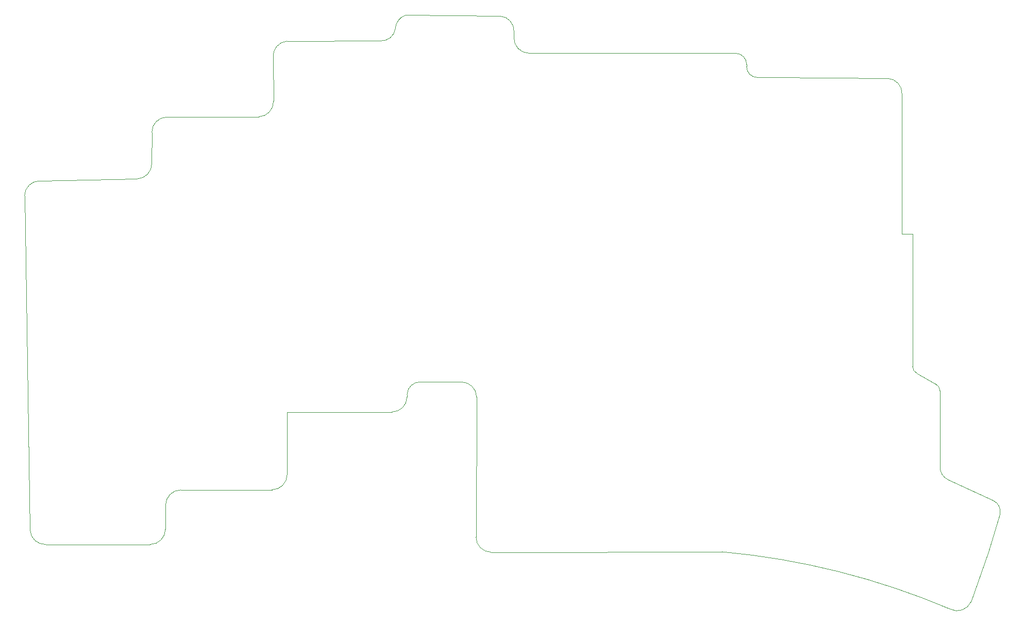
<source format=gbr>
%TF.GenerationSoftware,KiCad,Pcbnew,8.0.3*%
%TF.CreationDate,2024-07-10T08:52:57-07:00*%
%TF.ProjectId,Custom_KB_V1,43757374-6f6d-45f4-9b42-5f56312e6b69,rev?*%
%TF.SameCoordinates,Original*%
%TF.FileFunction,Profile,NP*%
%FSLAX46Y46*%
G04 Gerber Fmt 4.6, Leading zero omitted, Abs format (unit mm)*
G04 Created by KiCad (PCBNEW 8.0.3) date 2024-07-10 08:52:57*
%MOMM*%
%LPD*%
G01*
G04 APERTURE LIST*
%TA.AperFunction,Profile*%
%ADD10C,0.050000*%
%TD*%
G04 APERTURE END LIST*
D10*
X210739379Y-123524337D02*
G75*
G02*
X211803524Y-125792577I-759257J-1739947D01*
G01*
X203305567Y-120080630D02*
G75*
G02*
X202000000Y-118000000I927127J2031687D01*
G01*
X198244492Y-102641037D02*
G75*
G02*
X197483946Y-101483649I487766J1149102D01*
G01*
X201255508Y-104358962D02*
G75*
G02*
X201980263Y-105482381I-508310J-1123419D01*
G01*
X209985472Y-131969851D02*
X211803524Y-125792577D01*
X203305567Y-120080630D02*
X210739379Y-123524337D01*
X201980263Y-105482381D02*
X202000000Y-118000000D01*
X112500000Y-46000000D02*
G75*
G02*
X110099163Y-47993535I-2303441J331615D01*
G01*
X170218278Y-51880573D02*
X170207107Y-52207107D01*
X168430197Y-50027323D02*
G75*
G02*
X170218277Y-51880573I-31638J-1819751D01*
G01*
X172000000Y-54000000D02*
G75*
G02*
X170207107Y-52207107I0J1792893D01*
G01*
X174156696Y-53997084D02*
X172000000Y-54000000D01*
X207093726Y-140135423D02*
G75*
G02*
X203609317Y-141334922I-2295366J1007123D01*
G01*
X197500000Y-79750000D02*
X197483946Y-101483649D01*
X55053324Y-130726537D02*
G75*
G02*
X52501430Y-128353555I-91224J2460537D01*
G01*
X166208814Y-131943545D02*
G75*
G02*
X203609317Y-141334922I-11208814J-123806455D01*
G01*
X134440956Y-50018975D02*
X152000000Y-50000000D01*
X92430407Y-50715699D02*
G75*
G02*
X94680161Y-48034510I2465493J215699D01*
G01*
X195750000Y-79750000D02*
X197500000Y-79750000D01*
X51586746Y-73421923D02*
G75*
G02*
X54090071Y-70995242I2461954J-35177D01*
G01*
X129658038Y-43899004D02*
G75*
G02*
X131999998Y-46500000I-129538J-2471496D01*
G01*
X114431661Y-106471643D02*
G75*
G02*
X111931661Y-108971561I-2499961J43D01*
G01*
X123305666Y-104034174D02*
X116675794Y-104025124D01*
X166208252Y-131949758D02*
X128250000Y-132000000D01*
X125750000Y-129500000D02*
X125854796Y-106504224D01*
X72487687Y-68089327D02*
X72500000Y-63000000D01*
X193408038Y-54149004D02*
G75*
G02*
X195749998Y-56750000I-129538J-2471496D01*
G01*
X74767767Y-124267767D02*
G75*
G02*
X77267767Y-121767767I2500033J-33D01*
G01*
X209985472Y-131969851D02*
X207093726Y-140135423D01*
X74767767Y-124267767D02*
X74735221Y-128232018D01*
X114424792Y-106088439D02*
G75*
G02*
X116675793Y-104025142I2150008J-86061D01*
G01*
X72500000Y-63000000D02*
G75*
G02*
X75000000Y-60500000I2500000J0D01*
G01*
X92232233Y-121750000D02*
X77267767Y-121767767D01*
X94680164Y-48034544D02*
X110099163Y-47993535D01*
X94750000Y-109000000D02*
X94732233Y-119250000D01*
X134440956Y-50018975D02*
G75*
G02*
X131990825Y-47470159I49344J2499475D01*
G01*
X195750000Y-56750000D02*
X195750000Y-79750000D01*
X94732233Y-119250000D02*
G75*
G02*
X92232233Y-121750033I-2500033J0D01*
G01*
X112500000Y-46000000D02*
G75*
G02*
X114284431Y-43713331I2520489J-127309D01*
G01*
X114424792Y-106088439D02*
X114431661Y-106471643D01*
X114284431Y-43713331D02*
X129658038Y-43899004D01*
X198244492Y-102641037D02*
X201255508Y-104358962D01*
X174156696Y-53997084D02*
X193408038Y-54149004D01*
X75000000Y-60500000D02*
X90062374Y-60466656D01*
X72487687Y-68089327D02*
G75*
G02*
X70070596Y-70669586I-2498687J-81573D01*
G01*
X74735221Y-128232018D02*
G75*
G02*
X72229545Y-130729246I-2500001J2768D01*
G01*
X72229545Y-130729241D02*
X55053324Y-130726537D01*
X152000000Y-50000000D02*
X168430197Y-50027323D01*
X92479465Y-57886411D02*
G75*
G02*
X90062374Y-60466665I-2498665J-81589D01*
G01*
X123305666Y-104034174D02*
G75*
G02*
X125854839Y-106504223I49334J-2499526D01*
G01*
X54090072Y-70995200D02*
X70070596Y-70669572D01*
X128250000Y-132000000D02*
G75*
G02*
X125750000Y-129500000I0J2500000D01*
G01*
X111931661Y-108971643D02*
X94750000Y-109000000D01*
X52501399Y-128353556D02*
X51586746Y-73421923D01*
X92479465Y-57886411D02*
X92430407Y-50715699D01*
X132000000Y-46500000D02*
X131990742Y-47470157D01*
M02*

</source>
